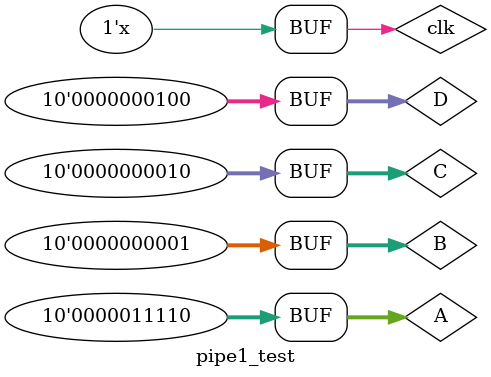
<source format=v>
module pipe1_test;

  parameter N = 10;
  wire [N-1:0] F;
  reg [N-1:0] A, B, C, D;
  reg clk;

  pipe_ex MYPIPE (A, B, C, D, clk);

  initial clk = 0;

  always #10 clk = ~clk;

  initial
   begin
     #5 A = 10; B = 12; C = 6; D = 3;  // F = 75 (4Bh)
     #20 A = 10; B = 10; C = 5; D = 3;  // F = 66 (42h)
     #20 A = 20; B = 11; C = 1; D = 4;  // F = 112 (70h)
     #20 A = 15; B = 10; C = 8; D = 2;  // F = 62 (3Eh)
     #20 A = 8; B = 15; C = 5; D = 0;  // F = 0 (00h)
     #20 A = 10; B = 20; C = 5; D = 3;  // F = 66 (42h)
     #20 A = 10; B = 10; C = 30; D = 1;  // F = 49 (31h)
     #20 A = 30; B = 1; C = 2; D = 4;  // F = 116 (74h)
  end

 initial
   begin
     $dumpfile ("pipe1.vcd");
     $dumpvars (0, pipe1_test);
     $monitor ("Time: %d, F = %d", $time, F);
  end
endmodule
</source>
